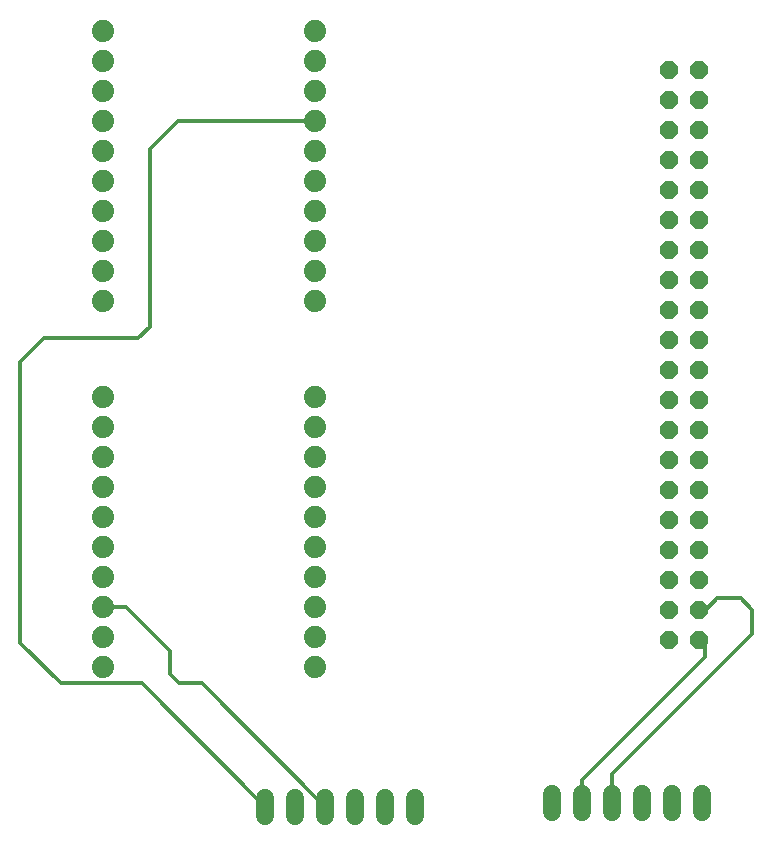
<source format=gbr>
G04 EAGLE Gerber RS-274X export*
G75*
%MOMM*%
%FSLAX34Y34*%
%LPD*%
%INBottom Copper*%
%IPPOS*%
%AMOC8*
5,1,8,0,0,1.08239X$1,22.5*%
G01*
%ADD10P,1.649562X8X112.500000*%
%ADD11C,1.524000*%
%ADD12C,1.879600*%
%ADD13C,0.304800*%


D10*
X634900Y235000D03*
X609500Y235000D03*
X634900Y260400D03*
X609500Y260400D03*
X634900Y285800D03*
X609500Y285800D03*
X634900Y311200D03*
X609500Y311200D03*
X634900Y336600D03*
X609500Y336600D03*
X634900Y362000D03*
X609500Y362000D03*
X634900Y387400D03*
X609500Y387400D03*
X634900Y412800D03*
X609500Y412800D03*
X634900Y438200D03*
X609500Y438200D03*
X634900Y463600D03*
X609500Y463600D03*
X634900Y489000D03*
X609500Y489000D03*
X634900Y514400D03*
X609500Y514400D03*
X634900Y539800D03*
X609500Y539800D03*
X634900Y565200D03*
X609500Y565200D03*
X634900Y590600D03*
X609500Y590600D03*
X634900Y616000D03*
X609500Y616000D03*
X634900Y641400D03*
X609500Y641400D03*
X634900Y666800D03*
X609500Y666800D03*
X634900Y692200D03*
X609500Y692200D03*
X634900Y717600D03*
X609500Y717600D03*
D11*
X394500Y100920D02*
X394500Y85680D01*
X369100Y85680D02*
X369100Y100920D01*
X343700Y100920D02*
X343700Y85680D01*
X318300Y85680D02*
X318300Y100920D01*
X292900Y100920D02*
X292900Y85680D01*
X267500Y85680D02*
X267500Y100920D01*
X510600Y104320D02*
X510600Y89080D01*
X536000Y89080D02*
X536000Y104320D01*
X561400Y104320D02*
X561400Y89080D01*
X586800Y89080D02*
X586800Y104320D01*
X612200Y104320D02*
X612200Y89080D01*
X637600Y89080D02*
X637600Y104320D01*
D12*
X130000Y440000D03*
X130000Y414600D03*
X130000Y389200D03*
X130000Y363800D03*
X130000Y338400D03*
X130000Y313000D03*
X130000Y287600D03*
X130000Y262200D03*
X130000Y236800D03*
X130000Y211400D03*
X130000Y750000D03*
X130000Y724600D03*
X130000Y699200D03*
X130000Y673800D03*
X130000Y648400D03*
X130000Y623000D03*
X130000Y597600D03*
X130000Y572200D03*
X130000Y546800D03*
X130000Y521400D03*
X310000Y440000D03*
X310000Y414600D03*
X310000Y389200D03*
X310000Y363800D03*
X310000Y338400D03*
X310000Y313000D03*
X310000Y287600D03*
X310000Y262200D03*
X310000Y236800D03*
X310000Y211400D03*
X310000Y750000D03*
X310000Y724600D03*
X310000Y699200D03*
X310000Y673800D03*
X310000Y648400D03*
X310000Y623000D03*
X310000Y597600D03*
X310000Y572200D03*
X310000Y546800D03*
X310000Y521400D03*
D13*
X536000Y116000D02*
X536000Y96700D01*
X536000Y116000D02*
X640000Y220000D01*
X640000Y229900D01*
X634900Y235000D01*
X561400Y121400D02*
X561400Y96700D01*
X561400Y121400D02*
X680000Y240000D01*
X680000Y260000D01*
X670000Y270000D01*
X650000Y270000D01*
X640400Y260400D01*
X634900Y260400D01*
X149400Y262200D02*
X130000Y262200D01*
X186538Y205824D02*
X194424Y197938D01*
X213662Y197938D02*
X318300Y93300D01*
X186538Y225062D02*
X149400Y262200D01*
X194424Y197938D02*
X213662Y197938D01*
X186538Y205824D02*
X186538Y225062D01*
X162862Y197938D02*
X267500Y93300D01*
X162862Y197938D02*
X94424Y197938D01*
X60000Y232362D01*
X60000Y470000D01*
X80000Y490000D01*
X170000Y650000D02*
X193800Y673800D01*
X310000Y673800D01*
X170000Y650000D02*
X170000Y500000D01*
X160000Y490000D01*
X80000Y490000D01*
M02*

</source>
